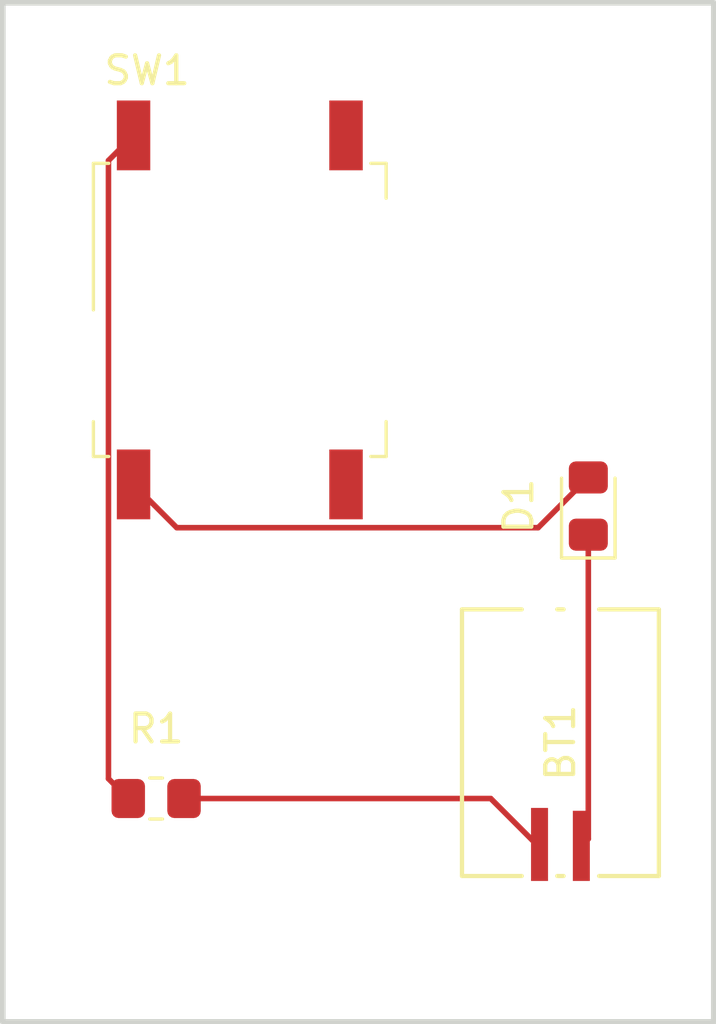
<source format=kicad_pcb>
(kicad_pcb (version 20240108) (generator "pcbnew") (generator_version "8.0")
  (layers (0 "F.Cu" signal) (31 "B.Cu" signal) (34 "B.Paste" user) (35 "F.Paste" user) (36 "B.SilkS" user "B.Silkscreen") (37 "F.SilkS" user "F.Silkscreen") (38 "B.Mask" user) (39 "F.Mask" user) (44 "Edge.Cuts" user))
  (net 0 "")
  (net 1 "Net-(BT1-+)")
  (net 2 "Net-(BT1--)")
  (net 3 "Net-(D1-A)")
  (net 4 "Net-(R1-Pad1)")
  (footprint "FS_3_Global_Footprint_Library:MS621FE-FL11E_SEC" (layer "F.Cu") (at 134 104.5 90)
    (property "Reference" "BT1" (at 0 0 90) (layer "F.SilkS"))
    (property "Value" "Battery_Cell")
    (fp_line (start 4.7752 -3.5306) (end -4.7752 -3.5306) (stroke (width 0.1524)) (layer "F.SilkS"))
    (fp_line (start -4.7752 -3.5306) (end -4.7752 -1.387541) (stroke (width 0.1524)) (layer "F.SilkS"))
    (fp_line (start 4.7752 -1.387541) (end 4.7752 -3.5306) (stroke (width 0.1524)) (layer "F.SilkS"))
    (fp_line (start -4.7752 -0.112461) (end -4.7752 0.112461) (stroke (width 0.1524)) (layer "F.SilkS"))
    (fp_line (start 4.7752 0.112461) (end 4.7752 -0.112461) (stroke (width 0.1524)) (layer "F.SilkS"))
    (fp_line (start -4.7752 1.387541) (end -4.7752 3.5306) (stroke (width 0.1524)) (layer "F.SilkS"))
    (fp_line (start 4.7752 3.5306) (end 4.7752 1.387541) (stroke (width 0.1524)) (layer "F.SilkS"))
    (fp_line (start -4.7752 3.5306) (end 4.7752 3.5306) (stroke (width 0.1524)) (layer "F.SilkS"))
    (pad "1" smd rect (at -3.6449 -0.750001 90) (size 2.6162 0.6096) (layers "F.Cu" "F.Paste" "F.Mask") (net 1 "Net-(BT1-+)"))
    (pad "2" smd rect (at -3.6957 0.750001 90) (size 2.5146 0.6096) (layers "F.Cu" "F.Paste" "F.Mask") (net 2 "Net-(BT1--)"))
  )
  (footprint "LED_SMD:LED_0805_2012Metric_Pad1.15x1.40mm_HandSolder" (layer "F.Cu") (at 135 96.025 90)
    (property "Reference" "D1" (at 0 -2.5 90) (layer "F.SilkS"))
    (property "Value" "D")
    (fp_line (start 1 -0.96) (end -1.86 -0.96) (stroke (width 0.12)) (layer "F.SilkS"))
    (fp_line (start -1.86 -0.96) (end -1.86 0.96) (stroke (width 0.12)) (layer "F.SilkS"))
    (fp_line (start -1.86 0.96) (end 1 0.96) (stroke (width 0.12)) (layer "F.SilkS"))
    (pad "1" smd roundrect (at -1.025 0 90) (size 1.15 1.4) (layers "F.Cu" "F.Paste" "F.Mask") (roundrect_rratio 0.217391) (net 2 "Net-(BT1--)"))
    (pad "2" smd roundrect (at 1.025 0 90) (size 1.15 1.4) (layers "F.Cu" "F.Paste" "F.Mask") (roundrect_rratio 0.217391) (net 3 "Net-(D1-A)"))
  )
  (footprint "Resistor_SMD:R_0805_2012Metric_Pad1.20x1.40mm_HandSolder" (layer "F.Cu") (at 119.5 106.5)
    (property "Reference" "R1" (at 0 -2.5 0) (layer "F.SilkS"))
    (property "Value" "R")
    (fp_line (start -0.227064 -0.735) (end 0.227064 -0.735) (stroke (width 0.12)) (layer "F.SilkS"))
    (fp_line (start -0.227064 0.735) (end 0.227064 0.735) (stroke (width 0.12)) (layer "F.SilkS"))
    (pad "1" smd roundrect (at -1 0) (size 1.2 1.4) (layers "F.Cu" "F.Paste" "F.Mask") (roundrect_rratio 0.208333) (net 4 "Net-(R1-Pad1)"))
    (pad "2" smd roundrect (at 1 0) (size 1.2 1.4) (layers "F.Cu" "F.Paste" "F.Mask") (roundrect_rratio 0.208333) (net 1 "Net-(BT1-+)"))
  )
  (footprint "Button_Switch_SMD:SW_MEC_5GSH9" (layer "F.Cu") (at 122.5 89)
    (property "Reference" "SW1" (at -3.325 -8.575 180) (layer "F.SilkS"))
    (property "Value" "SW_Push")
    (fp_line (start -5.25 -5.25) (end -5.25 0) (stroke (width 0.12)) (layer "F.SilkS"))
    (fp_line (start -5.25 5.25) (end -5.25 4) (stroke (width 0.12)) (layer "F.SilkS"))
    (fp_line (start -4.7 -5.25) (end -5.25 -5.25) (stroke (width 0.12)) (layer "F.SilkS"))
    (fp_line (start -4.7 5.25) (end -5.25 5.25) (stroke (width 0.12)) (layer "F.SilkS"))
    (fp_line (start 4.7 -5.25) (end 5.25 -5.25) (stroke (width 0.12)) (layer "F.SilkS"))
    (fp_line (start 4.7 5.25) (end 5.25 5.25) (stroke (width 0.12)) (layer "F.SilkS"))
    (fp_line (start 5.25 -5.25) (end 5.25 -4) (stroke (width 0.12)) (layer "F.SilkS"))
    (fp_line (start 5.25 5.25) (end 5.25 4) (stroke (width 0.12)) (layer "F.SilkS"))
    (pad "1" smd rect (at -3.81 -6.25 90) (size 2.5 1.2) (layers "F.Cu" "F.Paste" "F.Mask") (net 4 "Net-(R1-Pad1)"))
    (pad "2" smd rect (at -3.81 6.25 90) (size 2.5 1.2) (layers "F.Cu" "F.Paste" "F.Mask") (net 3 "Net-(D1-A)"))
    (pad "3" smd rect (at 3.81 -6.25 90) (size 2.5 1.2) (layers "F.Cu" "F.Paste" "F.Mask"))
    (pad "4" smd rect (at 3.81 6.25 90) (size 2.5 1.2) (layers "F.Cu" "F.Paste" "F.Mask"))
  )
  (gr_rect (start 114 78) (end 139.5 114.5) (stroke (width 0.2)) (fill none) (layer "Edge.Cuts"))
  (segment (start 133.1449 108.1449) (end 131.5 106.5) (width 0.2) (layer "F.Cu") (net 1))
  (segment (start 133.249999 108.1449) (end 133.1449 108.1449) (width 0.2) (layer "F.Cu") (net 1))
  (segment (start 131.5 106.5) (end 120.5 106.5) (width 0.2) (layer "F.Cu") (net 1))
  (segment (start 135 97.05) (end 135 107.945701) (width 0.2) (layer "F.Cu") (net 2))
  (segment (start 135 107.945701) (end 134.750001 108.1957) (width 0.2) (layer "F.Cu") (net 2))
  (segment (start 120.24 96.8) (end 118.69 95.25) (width 0.2) (layer "F.Cu") (net 3))
  (segment (start 133.2 96.8) (end 120.24 96.8) (width 0.2) (layer "F.Cu") (net 3))
  (segment (start 135 95) (end 133.2 96.8) (width 0.2) (layer "F.Cu") (net 3))
  (segment (start 117.79 105.79) (end 117.79 83.65) (width 0.2) (layer "F.Cu") (net 4))
  (segment (start 118.5 106.5) (end 117.79 105.79) (width 0.2) (layer "F.Cu") (net 4))
  (segment (start 117.79 83.65) (end 118.69 82.75) (width 0.2) (layer "F.Cu") (net 4))
)
</source>
